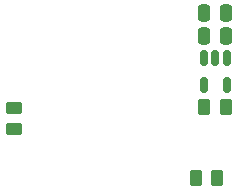
<source format=gbp>
G04 #@! TF.GenerationSoftware,KiCad,Pcbnew,8.0.7*
G04 #@! TF.CreationDate,2025-01-24T14:27:24+01:00*
G04 #@! TF.ProjectId,GateDriverControlTransmitter,47617465-4472-4697-9665-72436f6e7472,rev?*
G04 #@! TF.SameCoordinates,Original*
G04 #@! TF.FileFunction,Paste,Bot*
G04 #@! TF.FilePolarity,Positive*
%FSLAX46Y46*%
G04 Gerber Fmt 4.6, Leading zero omitted, Abs format (unit mm)*
G04 Created by KiCad (PCBNEW 8.0.7) date 2025-01-24 14:27:24*
%MOMM*%
%LPD*%
G01*
G04 APERTURE LIST*
G04 Aperture macros list*
%AMRoundRect*
0 Rectangle with rounded corners*
0 $1 Rounding radius*
0 $2 $3 $4 $5 $6 $7 $8 $9 X,Y pos of 4 corners*
0 Add a 4 corners polygon primitive as box body*
4,1,4,$2,$3,$4,$5,$6,$7,$8,$9,$2,$3,0*
0 Add four circle primitives for the rounded corners*
1,1,$1+$1,$2,$3*
1,1,$1+$1,$4,$5*
1,1,$1+$1,$6,$7*
1,1,$1+$1,$8,$9*
0 Add four rect primitives between the rounded corners*
20,1,$1+$1,$2,$3,$4,$5,0*
20,1,$1+$1,$4,$5,$6,$7,0*
20,1,$1+$1,$6,$7,$8,$9,0*
20,1,$1+$1,$8,$9,$2,$3,0*%
G04 Aperture macros list end*
%ADD10RoundRect,0.250000X-0.262500X-0.450000X0.262500X-0.450000X0.262500X0.450000X-0.262500X0.450000X0*%
%ADD11RoundRect,0.150000X-0.150000X0.512500X-0.150000X-0.512500X0.150000X-0.512500X0.150000X0.512500X0*%
%ADD12RoundRect,0.250000X-0.250000X-0.475000X0.250000X-0.475000X0.250000X0.475000X-0.250000X0.475000X0*%
%ADD13RoundRect,0.250000X0.450000X-0.262500X0.450000X0.262500X-0.450000X0.262500X-0.450000X-0.262500X0*%
G04 APERTURE END LIST*
D10*
X143337500Y-116600000D03*
X145162500Y-116600000D03*
D11*
X144050000Y-106462500D03*
X145000000Y-106462500D03*
X145950000Y-106462500D03*
X145950000Y-108737500D03*
X144050000Y-108737500D03*
D10*
X144060000Y-110600000D03*
X145885000Y-110600000D03*
D12*
X144042500Y-104570000D03*
X145942500Y-104570000D03*
D13*
X127950000Y-112462500D03*
X127950000Y-110637500D03*
D12*
X144042500Y-102610000D03*
X145942500Y-102610000D03*
M02*

</source>
